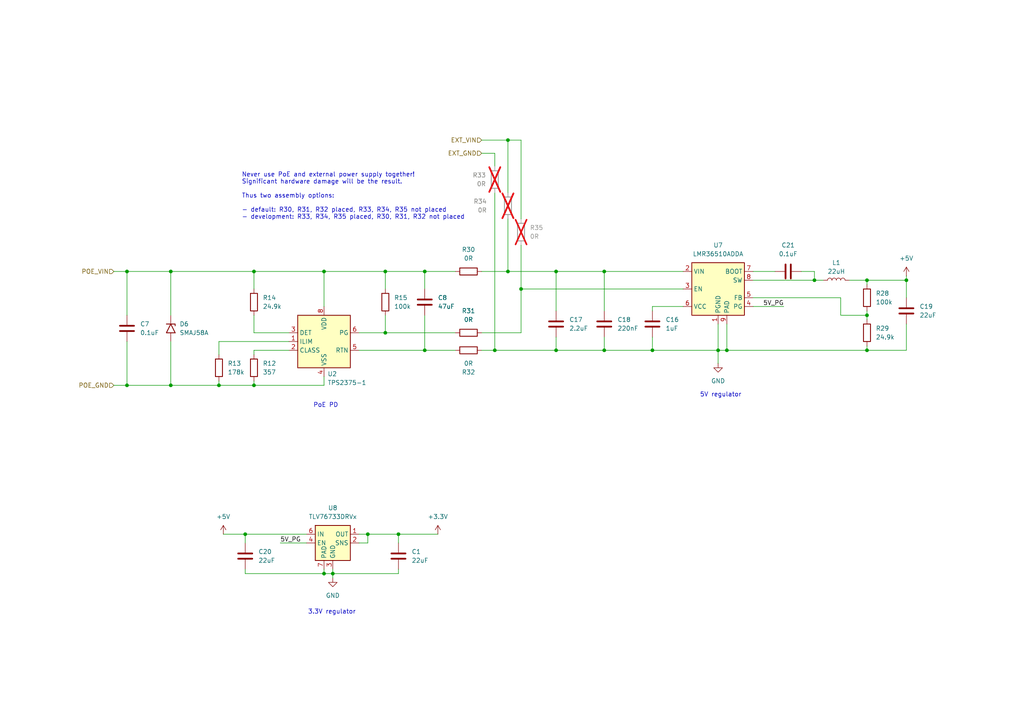
<source format=kicad_sch>
(kicad_sch (version 20250114) (generator "eeschema") (generator_version "9.0")
  (paper "A4")
  (title_block (title "iot-contact"))
  (lib_symbols
    (symbol "Device:C" (pin_numbers (hide yes)) (pin_names (offset 0.254))
      (property "Reference" "C" (at 0.635 2.54 0))
      (property "Value" "C" (at 0.635 -2.54 0))
      (symbol "C_0_1"
        (polyline (pts (xy -2.032 0.762) (xy 2.032 0.762)) (stroke (width 0.508)))
        (polyline (pts (xy -2.032 -0.762) (xy 2.032 -0.762)) (stroke (width 0.508)))
      )
      (symbol "C_1_1"
        (pin passive line (at 0 3.81 270) (length 2.794) (name "~") (number "1"))
        (pin passive line (at 0 -3.81 90) (length 2.794) (name "~") (number "2"))
      )
    )
    (symbol "Device:L" (pin_numbers (hide yes)) (pin_names (offset 1.016) (hide yes))
      (property "Reference" "L" (at -1.27 0 90))
      (property "Value" "L" (at 1.905 0 90))
      (symbol "L_0_1"
        (arc (start 0 2.54) (mid 0.6323 1.905) (end 0 1.27))
        (arc (start 0 1.27) (mid 0.6323 0.635) (end 0 0))
        (arc (start 0 0) (mid 0.6323 -0.635) (end 0 -1.27))
        (arc (start 0 -1.27) (mid 0.6323 -1.905) (end 0 -2.54))
      )
      (symbol "L_1_1"
        (pin passive line (at 0 3.81 270) (length 1.27) (name "1") (number "1"))
        (pin passive line (at 0 -3.81 90) (length 1.27) (name "2") (number "2"))
      )
    )
    (symbol "Device:R" (pin_numbers (hide yes)) (pin_names (offset 0))
      (property "Reference" "R" (at 2.032 0 90))
      (property "Value" "R" (at 0 0 90))
      (symbol "R_0_1"
        (rectangle (start -1.016 -2.54) (end 1.016 2.54) (stroke (width 0.254)))
      )
      (symbol "R_1_1"
        (pin passive line (at 0 3.81 270) (length 1.27) (name "~") (number "1"))
        (pin passive line (at 0 -3.81 90) (length 1.27) (name "~") (number "2"))
      )
    )
    (symbol "Diode:SMAJ58A" (pin_numbers (hide yes)) (pin_names (offset 1.016) (hide yes))
      (property "Reference" "D" (at 0 2.54 0))
      (property "Value" "SMAJ58A" (at 0 -2.54 0))
      (symbol "SMAJ58A_0_1"
        (polyline (pts (xy -0.762 1.27) (xy -1.27 1.27) (xy -1.27 -1.27)) (stroke (width 0.254)))
        (polyline (pts (xy 1.27 1.27) (xy 1.27 -1.27) (xy -1.27 0) (xy 1.27 1.27)) (stroke (width 0.254)))
      )
      (symbol "SMAJ58A_1_1"
        (pin passive line (at -3.81 0 0) (length 2.54) (name "A1") (number "1"))
        (pin passive line (at 3.81 0 180) (length 2.54) (name "A2") (number "2"))
      )
    )
    (symbol "Regulator_Controller:TPS2375-1"
      (property "Reference" "U" (at 2.54 -8.89 0))
      (property "Value" "TPS2375-1" (at 7.62 -11.43 0))
      (symbol "TPS2375-1_0_1"
        (rectangle (start -7.62 7.62) (end 7.62 -7.62) (stroke (width 0.254)) (fill (type background)))
      )
      (symbol "TPS2375-1_1_1"
        (pin passive line (at -10.16 2.54 0) (length 2.54) (name "DET") (number "3"))
        (pin passive line (at -10.16 0 0) (length 2.54) (name "ILIM") (number "1"))
        (pin passive line (at -10.16 -2.54 0) (length 2.54) (name "CLASS") (number "2"))
        (pin power_in line (at 0 10.16 270) (length 2.54) (name "VDD") (number "8"))
        (pin power_in line (at 0 -10.16 90) (length 2.54) (name "VSS") (number "4"))
        (pin no_connect line (at 7.62 0 180) (length 2.54) (hide yes) (name "NC") (number "7"))
        (pin open_collector line (at 10.16 2.54 180) (length 2.54) (name "PG") (number "6"))
        (pin power_out line (at 10.16 -2.54 180) (length 2.54) (name "RTN") (number "5"))
      )
    )
    (symbol "Regulator_Linear:TLV76733DRVx"
      (property "Reference" "U" (at 0 8.89 0))
      (property "Value" "TLV76733DRVx" (at 0 6.35 0))
      (symbol "TLV76733DRVx_0_1"
        (rectangle (start -5.08 -5.08) (end 5.08 5.08) (stroke (width 0.254)) (fill (type background)))
      )
      (symbol "TLV76733DRVx_1_1"
        (pin power_in line (at -7.62 2.54 0) (length 2.54) (name "IN") (number "6"))
        (pin input line (at -7.62 0 0) (length 2.54) (name "EN") (number "4"))
        (pin passive line (at -2.54 -7.62 90) (length 2.54) (name "PAD") (number "7"))
        (pin power_in line (at 0 -7.62 90) (length 2.54) (name "GND") (number "3"))
        (pin passive line (at 0 -7.62 90) (length 2.54) (hide yes) (name "GND") (number "5"))
        (pin power_out line (at 7.62 2.54 180) (length 2.54) (name "OUT") (number "1"))
        (pin input line (at 7.62 0 180) (length 2.54) (name "SNS") (number "2"))
      )
    )
    (symbol "Regulator_Switching:LMR36510ADDA"
      (property "Reference" "U" (at 0 11.43 0))
      (property "Value" "LMR36510ADDA" (at 0 8.89 0))
      (symbol "LMR36510ADDA_0_1"
        (rectangle (start -7.62 7.62) (end 7.62 -7.62) (stroke (width 0.254)) (fill (type background)))
      )
      (symbol "LMR36510ADDA_1_1"
        (pin power_in line (at -10.16 5.08 0) (length 2.54) (name "VIN") (number "2"))
        (pin input line (at -10.16 0 0) (length 2.54) (name "EN") (number "3"))
        (pin power_out line (at -10.16 -5.08 0) (length 2.54) (name "VCC") (number "6"))
        (pin power_in line (at 0 -10.16 90) (length 2.54) (name "PGND") (number "1"))
        (pin power_in line (at 2.54 -10.16 90) (length 2.54) (name "PAD") (number "9"))
        (pin input line (at 10.16 5.08 180) (length 2.54) (name "BOOT") (number "7"))
        (pin output line (at 10.16 2.54 180) (length 2.54) (name "SW") (number "8"))
        (pin input line (at 10.16 -2.54 180) (length 2.54) (name "FB") (number "5"))
        (pin open_collector line (at 10.16 -5.08 180) (length 2.54) (name "PG") (number "4"))
      )
    )
    (symbol "power:+3.3V" (power) (pin_numbers (hide yes)) (pin_names (offset 0) (hide yes))
      (property "Value" "+3.3V" (at 0 3.556 0))
      (symbol "+3.3V_0_1"
        (polyline (pts (xy -0.762 1.27) (xy 0 2.54)))
        (polyline (pts (xy 0 2.54) (xy 0.762 1.27)))
        (polyline (pts (xy 0 0) (xy 0 2.54)))
      )
      (symbol "+3.3V_1_1"
        (pin power_in line (at 0 0 90) (length 0) (name "~") (number "1"))
      )
    )
    (symbol "power:+5V" (power) (pin_numbers (hide yes)) (pin_names (offset 0) (hide yes))
      (property "Value" "+5V" (at 0 3.556 0))
      (symbol "+5V_0_1"
        (polyline (pts (xy -0.762 1.27) (xy 0 2.54)))
        (polyline (pts (xy 0 2.54) (xy 0.762 1.27)))
        (polyline (pts (xy 0 0) (xy 0 2.54)))
      )
      (symbol "+5V_1_1"
        (pin power_in line (at 0 0 90) (length 0) (name "~") (number "1"))
      )
    )
    (symbol "power:GND" (power) (pin_numbers (hide yes)) (pin_names (offset 0) (hide yes))
      (property "Value" "GND" (at 0 -3.81 0))
      (symbol "GND_0_1"
        (polyline (pts (xy 0 0) (xy 0 -1.27) (xy 1.27 -1.27) (xy 0 -2.54) (xy -1.27 -1.27) (xy 0 -1.27)))
      )
      (symbol "GND_1_1"
        (pin power_in line (at 0 0 270) (length 0) (name "~") (number "1"))
      )
    )
  )
  (text "Never use PoE and external power supply together!\nSignificant hardware damage will be the result.\n\nThus two assembly options:\n\n- default: R30, R31, R32 placed, R33, R34, R35 not placed\n- development: R33, R34, R35 placed, R30, R31, R32 not placed" (at 70.104 56.896 0) (effects (font (size 1.27 1.27)) (justify left)))
  (text "5V regulator" (at 209.042 114.554 0) (effects (font (size 1.27 1.27))))
  (text "PoE PD" (at 94.488 117.602 0) (effects (font (size 1.27 1.27))))
  (text "3.3V regulator\n" (at 96.266 177.546 0) (effects (font (size 1.27 1.27))))
  (junction (at 161.29 78.74))
  (junction (at 96.52 166.37))
  (junction (at 175.26 101.6))
  (junction (at 36.83 78.74))
  (junction (at 143.51 101.6))
  (junction (at 71.12 154.94))
  (junction (at 251.46 91.44))
  (junction (at 36.83 111.76))
  (junction (at 251.46 81.28))
  (junction (at 93.98 78.74))
  (junction (at 115.57 154.94))
  (junction (at 151.13 83.82))
  (junction (at 63.5 111.76))
  (junction (at 175.26 78.74))
  (junction (at 189.23 101.6))
  (junction (at 123.19 78.74))
  (junction (at 251.46 101.6))
  (junction (at 147.32 78.74))
  (junction (at 106.68 154.94))
  (junction (at 49.53 111.76))
  (junction (at 73.66 111.76))
  (junction (at 111.76 96.52))
  (junction (at 236.22 81.28))
  (junction (at 111.76 78.74))
  (junction (at 262.89 81.28))
  (junction (at 93.98 166.37))
  (junction (at 73.66 78.74))
  (junction (at 49.53 78.74))
  (junction (at 147.32 40.64))
  (junction (at 161.29 101.6))
  (junction (at 123.19 101.6))
  (junction (at 208.28 101.6))
  (junction (at 210.82 101.6))
  (wire (pts (xy 104.14 154.94) (xy 106.68 154.94)))
  (wire (pts (xy 115.57 165.1) (xy 115.57 166.37)))
  (wire (pts (xy 147.32 78.74) (xy 161.29 78.74)))
  (wire (pts (xy 106.68 157.48) (xy 106.68 154.94)))
  (wire (pts (xy 189.23 101.6) (xy 208.28 101.6)))
  (wire (pts (xy 115.57 154.94) (xy 127 154.94)))
  (wire (pts (xy 262.89 93.98) (xy 262.89 101.6)))
  (wire (pts (xy 73.66 96.52) (xy 83.82 96.52)))
  (wire (pts (xy 243.84 91.44) (xy 251.46 91.44)))
  (wire (pts (xy 232.41 78.74) (xy 236.22 78.74)))
  (wire (pts (xy 139.7 101.6) (xy 143.51 101.6)))
  (wire (pts (xy 161.29 101.6) (xy 175.26 101.6)))
  (wire (pts (xy 106.68 154.94) (xy 115.57 154.94)))
  (wire (pts (xy 218.44 86.36) (xy 243.84 86.36)))
  (wire (pts (xy 81.28 157.48) (xy 88.9 157.48)))
  (wire (pts (xy 104.14 101.6) (xy 123.19 101.6)))
  (wire (pts (xy 251.46 81.28) (xy 262.89 81.28)))
  (wire (pts (xy 96.52 166.37) (xy 96.52 167.64)))
  (wire (pts (xy 71.12 166.37) (xy 93.98 166.37)))
  (wire (pts (xy 123.19 78.74) (xy 132.08 78.74)))
  (wire (pts (xy 111.76 78.74) (xy 111.76 83.82)))
  (wire (pts (xy 49.53 111.76) (xy 63.5 111.76)))
  (wire (pts (xy 208.28 101.6) (xy 208.28 105.41)))
  (wire (pts (xy 123.19 101.6) (xy 132.08 101.6)))
  (wire (pts (xy 175.26 78.74) (xy 175.26 90.17)))
  (wire (pts (xy 73.66 78.74) (xy 93.98 78.74)))
  (wire (pts (xy 49.53 78.74) (xy 73.66 78.74)))
  (wire (pts (xy 151.13 40.64) (xy 147.32 40.64)))
  (wire (pts (xy 189.23 90.17) (xy 189.23 88.9)))
  (wire (pts (xy 111.76 78.74) (xy 123.19 78.74)))
  (wire (pts (xy 73.66 91.44) (xy 73.66 96.52)))
  (wire (pts (xy 93.98 165.1) (xy 93.98 166.37)))
  (wire (pts (xy 189.23 97.79) (xy 189.23 101.6)))
  (wire (pts (xy 236.22 78.74) (xy 236.22 81.28)))
  (wire (pts (xy 175.26 97.79) (xy 175.26 101.6)))
  (wire (pts (xy 71.12 154.94) (xy 88.9 154.94)))
  (wire (pts (xy 33.02 78.74) (xy 36.83 78.74)))
  (wire (pts (xy 147.32 40.64) (xy 147.32 55.88)))
  (wire (pts (xy 115.57 166.37) (xy 96.52 166.37)))
  (wire (pts (xy 73.66 102.87) (xy 73.66 101.6)))
  (wire (pts (xy 210.82 101.6) (xy 251.46 101.6)))
  (wire (pts (xy 161.29 78.74) (xy 161.29 90.17)))
  (wire (pts (xy 143.51 101.6) (xy 161.29 101.6)))
  (wire (pts (xy 123.19 91.44) (xy 123.19 101.6)))
  (wire (pts (xy 251.46 81.28) (xy 251.46 82.55)))
  (wire (pts (xy 123.19 78.74) (xy 123.19 83.82)))
  (wire (pts (xy 208.28 93.98) (xy 208.28 101.6)))
  (wire (pts (xy 73.66 101.6) (xy 83.82 101.6)))
  (wire (pts (xy 96.52 165.1) (xy 96.52 166.37)))
  (wire (pts (xy 36.83 99.06) (xy 36.83 111.76)))
  (wire (pts (xy 251.46 100.33) (xy 251.46 101.6)))
  (wire (pts (xy 151.13 71.12) (xy 151.13 83.82)))
  (wire (pts (xy 262.89 81.28) (xy 262.89 86.36)))
  (wire (pts (xy 73.66 78.74) (xy 73.66 83.82)))
  (wire (pts (xy 210.82 93.98) (xy 210.82 101.6)))
  (wire (pts (xy 93.98 78.74) (xy 111.76 78.74)))
  (wire (pts (xy 175.26 78.74) (xy 198.12 78.74)))
  (wire (pts (xy 93.98 166.37) (xy 96.52 166.37)))
  (wire (pts (xy 147.32 63.5) (xy 147.32 78.74)))
  (wire (pts (xy 49.53 78.74) (xy 49.53 91.44)))
  (wire (pts (xy 210.82 101.6) (xy 208.28 101.6)))
  (wire (pts (xy 251.46 91.44) (xy 251.46 92.71)))
  (wire (pts (xy 63.5 110.49) (xy 63.5 111.76)))
  (wire (pts (xy 139.7 44.45) (xy 143.51 44.45)))
  (wire (pts (xy 175.26 101.6) (xy 189.23 101.6)))
  (wire (pts (xy 93.98 78.74) (xy 93.98 88.9)))
  (wire (pts (xy 139.7 40.64) (xy 147.32 40.64)))
  (wire (pts (xy 111.76 91.44) (xy 111.76 96.52)))
  (wire (pts (xy 243.84 86.36) (xy 243.84 91.44)))
  (wire (pts (xy 36.83 78.74) (xy 36.83 91.44)))
  (wire (pts (xy 218.44 78.74) (xy 224.79 78.74)))
  (wire (pts (xy 71.12 154.94) (xy 71.12 157.48)))
  (wire (pts (xy 143.51 44.45) (xy 143.51 48.26)))
  (wire (pts (xy 218.44 81.28) (xy 236.22 81.28)))
  (wire (pts (xy 63.5 111.76) (xy 73.66 111.76)))
  (wire (pts (xy 93.98 111.76) (xy 93.98 109.22)))
  (wire (pts (xy 218.44 88.9) (xy 227.33 88.9)))
  (wire (pts (xy 151.13 96.52) (xy 151.13 83.82)))
  (wire (pts (xy 104.14 96.52) (xy 111.76 96.52)))
  (wire (pts (xy 251.46 90.17) (xy 251.46 91.44)))
  (wire (pts (xy 151.13 83.82) (xy 198.12 83.82)))
  (wire (pts (xy 64.77 154.94) (xy 71.12 154.94)))
  (wire (pts (xy 161.29 97.79) (xy 161.29 101.6)))
  (wire (pts (xy 71.12 165.1) (xy 71.12 166.37)))
  (wire (pts (xy 251.46 101.6) (xy 262.89 101.6)))
  (wire (pts (xy 161.29 78.74) (xy 175.26 78.74)))
  (wire (pts (xy 143.51 55.88) (xy 143.51 101.6)))
  (wire (pts (xy 73.66 110.49) (xy 73.66 111.76)))
  (wire (pts (xy 246.38 81.28) (xy 251.46 81.28)))
  (wire (pts (xy 73.66 111.76) (xy 93.98 111.76)))
  (wire (pts (xy 63.5 102.87) (xy 63.5 99.06)))
  (wire (pts (xy 33.02 111.76) (xy 36.83 111.76)))
  (wire (pts (xy 104.14 157.48) (xy 106.68 157.48)))
  (wire (pts (xy 236.22 81.28) (xy 238.76 81.28)))
  (wire (pts (xy 115.57 157.48) (xy 115.57 154.94)))
  (wire (pts (xy 139.7 78.74) (xy 147.32 78.74)))
  (wire (pts (xy 139.7 96.52) (xy 151.13 96.52)))
  (wire (pts (xy 63.5 99.06) (xy 83.82 99.06)))
  (wire (pts (xy 36.83 111.76) (xy 49.53 111.76)))
  (wire (pts (xy 189.23 88.9) (xy 198.12 88.9)))
  (wire (pts (xy 36.83 78.74) (xy 49.53 78.74)))
  (wire (pts (xy 262.89 81.28) (xy 262.89 80.01)))
  (wire (pts (xy 49.53 99.06) (xy 49.53 111.76)))
  (wire (pts (xy 111.76 96.52) (xy 132.08 96.52)))
  (wire (pts (xy 151.13 63.5) (xy 151.13 40.64)))
  (label "5V_PG" (at 227.33 88.9 180))
  (label "5V_PG" (at 81.28 157.48 0))
  (hierarchical_label "EXT_GND" (shape input) (at 139.7 44.45 180))
  (hierarchical_label "POE_GND" (shape input) (at 33.02 111.76 180))
  (hierarchical_label "POE_VIN" (shape input) (at 33.02 78.74 180))
  (hierarchical_label "EXT_VIN" (shape input) (at 139.7 40.64 180))
  (symbol (lib_id "Device:C") (at 36.83 95.25 0) (unit 1)
    (property "Reference" "C7" (at 40.64 93.9799 0) (effects (justify left)))
    (property "Value" "0.1uF" (at 40.64 96.5199 0) (effects (justify left)))
    (property "Description" "Unpolarized capacitor" (effects (hide yes)))
  )
  (symbol (lib_id "Device:R") (at 111.76 87.63 0) (unit 1)
    (property "Reference" "R15" (at 114.3 86.3599 0) (effects (justify left)))
    (property "Value" "100k" (at 114.3 88.8999 0) (effects (justify left)))
    (property "Description" "Resistor" (effects (hide yes)))
  )
  (symbol (lib_id "Regulator_Linear:TLV76733DRVx") (at 96.52 157.48 0) (unit 1)
    (property "Reference" "U8" (at 96.52 147.32 0))
    (property "Value" "TLV76733DRVx" (at 96.52 149.86 0))
    (property "Footprint" "Package_SON:WSON-6-1EP_2x2mm_P0.65mm_EP1x1.6mm_ThermalVias" (effects (hide yes)))
    (property "Datasheet" "www.ti.com/lit/gpn/TLV767" (effects (hide yes)))
    (property "Description" "1A Precision Linear Voltage Regulator, with enable pin, Fixed Output 3.3V, WSON6" (effects (hide yes)))
  )
  (symbol (lib_id "Device:R") (at 135.89 101.6 90) (mirror x) (unit 1)
    (property "Reference" "R32" (at 135.89 107.95 90))
    (property "Value" "0R" (at 135.89 105.41 90))
    (property "Description" "Resistor" (effects (hide yes)))
  )
  (symbol (lib_id "Regulator_Controller:TPS2375-1") (at 93.98 99.06 0) (unit 1)
    (property "Reference" "U2" (at 94.996 108.458 0) (effects (justify left)))
    (property "Value" "TPS2375-1" (at 94.996 110.998 0) (effects (justify left)))
    (property "Footprint" "Package_SO:TSSOP-8_4.4x3mm_P0.65mm" (effects (hide yes)))
    (property "Datasheet" "https://www.ti.com/lit/gpn/tps2375-1" (effects (hide yes)))
    (property "Description" "IEEE802.3af PoE Controller, Auto-Retry" (effects (hide yes)))
  )
  (symbol (lib_id "power:+3.3V") (at 127 154.94 0) (unit 1)
    (property "Reference" "#PWR045" (effects (hide yes)))
    (property "Value" "+3.3V" (at 127 149.86 0))
    (property "Description" "Power symbol creates a global label with name \"+3.3V\"" (effects (hide yes)))
  )
  (symbol (lib_id "Device:R") (at 73.66 106.68 0) (unit 1)
    (property "Reference" "R12" (at 76.2 105.4099 0) (effects (justify left)))
    (property "Value" "357" (at 76.2 107.9499 0) (effects (justify left)))
    (property "Description" "Resistor" (effects (hide yes)))
  )
  (symbol (lib_id "Device:R") (at 147.32 59.69 0) (mirror y) (unit 1) (dnp yes)
    (property "Reference" "R34" (at 141.224 58.42 0) (effects (justify left)))
    (property "Value" "0R" (at 141.224 60.96 0) (effects (justify left)))
    (property "Description" "Resistor" (effects (hide yes)))
  )
  (symbol (lib_id "Diode:SMAJ58A") (at 49.53 95.25 270) (unit 1)
    (property "Reference" "D6" (at 52.07 93.9799 90) (effects (justify left)))
    (property "Value" "SMAJ58A" (at 52.07 96.5199 90) (effects (justify left)))
    (property "Footprint" "Diode_SMD:D_SMA" (effects (hide yes)))
    (property "Datasheet" "https://www.littelfuse.com/media?resourcetype=datasheets&itemid=75e32973-b177-4ee3-a0ff-cedaf1abdb93&filename=smaj-datasheet" (effects (hide yes)))
    (property "Description" "400W unidirectional Transient Voltage Suppressor, 58.0Vr, SMA(DO-214AC)" (effects (hide yes)))
  )
  (symbol (lib_id "Device:R") (at 251.46 96.52 0) (unit 1)
    (property "Reference" "R29" (at 254 95.2499 0) (effects (justify left)))
    (property "Value" "24.9k" (at 254 97.7899 0) (effects (justify left)))
    (property "Description" "Resistor" (effects (hide yes)))
  )
  (symbol (lib_id "Device:R") (at 251.46 86.36 0) (unit 1)
    (property "Reference" "R28" (at 254 85.0899 0) (effects (justify left)))
    (property "Value" "100k" (at 254 87.6299 0) (effects (justify left)))
    (property "Description" "Resistor" (effects (hide yes)))
  )
  (symbol (lib_id "power:+5V") (at 262.89 80.01 0) (unit 1)
    (property "Reference" "#PWR043" (effects (hide yes)))
    (property "Value" "+5V" (at 262.89 74.93 0))
    (property "Description" "Power symbol creates a global label with name \"+5V\"" (effects (hide yes)))
  )
  (symbol (lib_id "Device:C") (at 175.26 93.98 0) (unit 1)
    (property "Reference" "C18" (at 179.07 92.7099 0) (effects (justify left)))
    (property "Value" "220nF" (at 179.07 95.2499 0) (effects (justify left)))
    (property "Description" "Unpolarized capacitor" (effects (hide yes)))
  )
  (symbol (lib_id "power:GND") (at 208.28 105.41 0) (unit 1)
    (property "Reference" "#PWR042" (effects (hide yes)))
    (property "Value" "GND" (at 208.28 110.49 0))
    (property "Description" "Power symbol creates a global label with name \"GND\" , ground" (effects (hide yes)))
  )
  (symbol (lib_id "Device:R") (at 135.89 96.52 90) (unit 1)
    (property "Reference" "R31" (at 135.89 90.17 90))
    (property "Value" "0R" (at 135.89 92.71 90))
    (property "Description" "Resistor" (effects (hide yes)))
  )
  (symbol (lib_id "power:+5V") (at 64.77 154.94 0) (unit 1)
    (property "Reference" "#PWR044" (effects (hide yes)))
    (property "Value" "+5V" (at 64.77 149.86 0))
    (property "Description" "Power symbol creates a global label with name \"+5V\"" (effects (hide yes)))
  )
  (symbol (lib_id "Device:C") (at 115.57 161.29 0) (unit 1)
    (property "Reference" "C1" (at 119.38 160.0199 0) (effects (justify left)))
    (property "Value" "22uF" (at 119.38 162.5599 0) (effects (justify left)))
    (property "Description" "Unpolarized capacitor" (effects (hide yes)))
  )
  (symbol (lib_id "Device:R") (at 143.51 52.07 0) (mirror y) (unit 1) (dnp yes)
    (property "Reference" "R33" (at 140.97 50.7999 0) (effects (justify left)))
    (property "Value" "0R" (at 140.97 53.3399 0) (effects (justify left)))
    (property "Description" "Resistor" (effects (hide yes)))
  )
  (symbol (lib_id "power:GND") (at 96.52 167.64 0) (unit 1)
    (property "Reference" "#PWR046" (effects (hide yes)))
    (property "Value" "GND" (at 96.52 172.72 0))
    (property "Description" "Power symbol creates a global label with name \"GND\" , ground" (effects (hide yes)))
  )
  (symbol (lib_id "Device:R") (at 135.89 78.74 90) (unit 1)
    (property "Reference" "R30" (at 135.89 72.39 90))
    (property "Value" "0R" (at 135.89 74.93 90))
    (property "Description" "Resistor" (effects (hide yes)))
  )
  (symbol (lib_id "Device:L") (at 242.57 81.28 90) (unit 1)
    (property "Reference" "L1" (at 242.57 76.2 90))
    (property "Value" "22uH" (at 242.57 78.74 90))
    (property "Description" "Inductor" (effects (hide yes)))
  )
  (symbol (lib_id "Device:R") (at 63.5 106.68 0) (unit 1)
    (property "Reference" "R13" (at 66.04 105.4099 0) (effects (justify left)))
    (property "Value" "178k" (at 66.04 107.9499 0) (effects (justify left)))
    (property "Description" "Resistor" (effects (hide yes)))
  )
  (symbol (lib_id "Device:C") (at 228.6 78.74 90) (unit 1)
    (property "Reference" "C21" (at 228.6 71.12 90))
    (property "Value" "0.1uF" (at 228.6 73.66 90))
    (property "Description" "Unpolarized capacitor" (effects (hide yes)))
  )
  (symbol (lib_id "Device:C") (at 262.89 90.17 0) (unit 1)
    (property "Reference" "C19" (at 266.7 88.8999 0) (effects (justify left)))
    (property "Value" "22uF" (at 266.7 91.4399 0) (effects (justify left)))
    (property "Description" "Unpolarized capacitor" (effects (hide yes)))
  )
  (symbol (lib_id "Device:C") (at 189.23 93.98 0) (unit 1)
    (property "Reference" "C16" (at 193.04 92.7099 0) (effects (justify left)))
    (property "Value" "1uF" (at 193.04 95.2499 0) (effects (justify left)))
    (property "Description" "Unpolarized capacitor" (effects (hide yes)))
  )
  (symbol (lib_id "Device:R") (at 73.66 87.63 0) (unit 1)
    (property "Reference" "R14" (at 76.2 86.3599 0) (effects (justify left)))
    (property "Value" "24.9k" (at 76.2 88.8999 0) (effects (justify left)))
    (property "Description" "Resistor" (effects (hide yes)))
  )
  (symbol (lib_id "Device:C") (at 123.19 87.63 0) (unit 1)
    (property "Reference" "C8" (at 127 86.3599 0) (effects (justify left)))
    (property "Value" "47uF" (at 127 88.8999 0) (effects (justify left)))
    (property "Description" "Unpolarized capacitor" (effects (hide yes)))
  )
  (symbol (lib_id "Device:C") (at 161.29 93.98 0) (unit 1)
    (property "Reference" "C17" (at 165.1 92.7099 0) (effects (justify left)))
    (property "Value" "2.2uF" (at 165.1 95.2499 0) (effects (justify left)))
    (property "Description" "Unpolarized capacitor" (effects (hide yes)))
  )
  (symbol (lib_id "Device:R") (at 151.13 67.31 0) (unit 1) (dnp yes)
    (property "Reference" "R35" (at 153.67 66.0399 0) (effects (justify left)))
    (property "Value" "0R" (at 153.67 68.5799 0) (effects (justify left)))
    (property "Description" "Resistor" (effects (hide yes)))
  )
  (symbol (lib_id "Device:C") (at 71.12 161.29 0) (unit 1)
    (property "Reference" "C20" (at 74.93 160.0199 0) (effects (justify left)))
    (property "Value" "22uF" (at 74.93 162.5599 0) (effects (justify left)))
    (property "Description" "Unpolarized capacitor" (effects (hide yes)))
  )
  (symbol (lib_id "Regulator_Switching:LMR36510ADDA") (at 208.28 83.82 0) (unit 1)
    (property "Reference" "U7" (at 208.28 71.12 0))
    (property "Value" "LMR36510ADDA" (at 208.28 73.66 0))
    (property "Footprint" "Package_SO:Texas_HTSOP-8-1EP_3.9x4.9mm_P1.27mm_EP2.95x4.9mm_Mask2.4x3.1mm_ThermalVias" (effects (hide yes)))
    (property "Datasheet" "http://www.ti.com/lit/ds/symlink/lmr36510.pdf" (effects (hide yes)))
    (property "Description" "Simple Switcher Synchronous Buck Regulator, Vin=4.2-65V, Iout=1A, F=400kHz, Adjustable output voltage, HSOP-8" (effects (hide yes)))
  )
)
</source>
